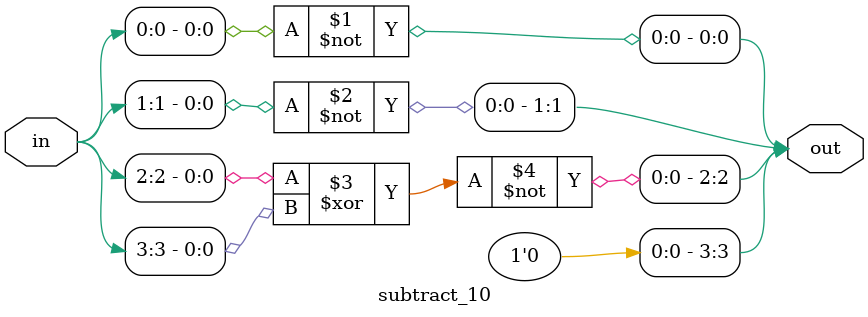
<source format=v>
module Lab_4a_Verilog(SW, HEX0, HEX1);
	input [9:0]SW;
	output [6:0]HEX0;
	output [6:0]HEX1;
	
	wire [7:0]sum;
	
	FiveBitAdder five_bit_adder (
		.A(SW[4:0]),
		.B(SW[9:5]),
		.Cout(sum[5]),
		.S(sum[4:0])
	);
	
	assign sum[6] = 0;
	assign sum[7] = 0;
	
	wire [3:0]bcd1;
	wire [3:0]bcd2;
	
	
	
	FiveBitAdder bcd_adder1 (
		.A(bcd1),
		.B((A | B | (D & (E | F))))
	);
	
	wire [6:0]out1;
	wire [6:0]out2;
	
	seven_seg seven_seg1 (
		.in(sum[3:0]),
		.out(out1[6:0]),
	);
	
	seven_seg seven_seg2 (
		.in(sum[7:4]),
		.out(out2[6:0]),
	);
	
	assign HEX0 = ~out1;
	assign HEX1 = ~out2;
	
endmodule

module subtract_10 (in, out);
	input [3:0]in;
	output [3:0]out;
	
	assign out[0] = ~in[0];
	assign out[1] = ~in[1];
	assign out[2] = ~(in[2]^in[3]);
	assign out[3] = 0;
	
endmodule
	
</source>
